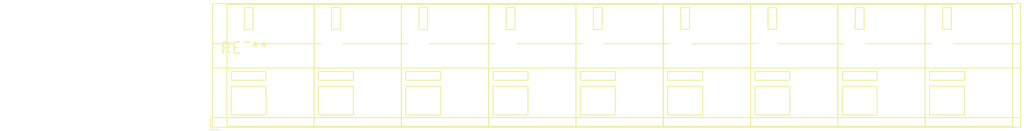
<source format=kicad_pcb>
(kicad_pcb (version 20240108) (generator pcbnew)
  (layers (0 "F.Cu" signal) (31 "B.Cu" signal) (34 "B.Paste" user) (35 "F.Paste" user) (36 "B.SilkS" user "B.Silkscreen") (37 "F.SilkS" user "F.Silkscreen") (38 "B.Mask" user) (39 "F.Mask" user) (44 "Edge.Cuts" user))
  (net 0 "")
  (footprint "TerminalBlock_WAGO_236-309_1x09_P10.00mm_45Degree" (layer "F.Cu") (at 0 0)
    (property "Reference" "REF**")
    (property "Value" "TerminalBlock_WAGO_236-309_1x09_P10.00mm_45Degree")
    (fp_line (start -3.86 8.12) (end -3.86 9.36) (layer "F.SilkS") (stroke (width 0.12)))
    (fp_line (start -3.86 9.36) (end -2.86 9.36) (layer "F.SilkS") (stroke (width 0.12)))
    (fp_line (start -3.62 -5.12) (end -3.62 9.12) (layer "F.SilkS") (stroke (width 0.12)))
    (fp_line (start -3.62 -5.12) (end 88.92 -5.12) (layer "F.SilkS") (stroke (width 0.12)))
    (fp_line (start -3.62 -0.5) (end -1.23 -0.5) (layer "F.SilkS") (stroke (width 0.12)))
    (fp_line (start -3.62 2.3) (end 88.92 2.3) (layer "F.SilkS") (stroke (width 0.12)))
    (fp_line (start -3.62 8) (end 88.92 8) (layer "F.SilkS") (stroke (width 0.12)))
    (fp_line (start -3.62 9.12) (end 88.92 9.12) (layer "F.SilkS") (stroke (width 0.12)))
    (fp_line (start -2 -5) (end -2 9) (layer "F.SilkS") (stroke (width 0.12)))
    (fp_line (start -2 -5) (end 8 -5) (layer "F.SilkS") (stroke (width 0.12)))
    (fp_line (start -2 9) (end 8 9) (layer "F.SilkS") (stroke (width 0.12)))
    (fp_line (start -1.5 2.7) (end -1.5 3.7) (layer "F.SilkS") (stroke (width 0.12)))
    (fp_line (start -1.5 2.7) (end 2.5 2.7) (layer "F.SilkS") (stroke (width 0.12)))
    (fp_line (start -1.5 3.7) (end 2.5 3.7) (layer "F.SilkS") (stroke (width 0.12)))
    (fp_line (start -1.5 4.4) (end -1.5 7.7) (layer "F.SilkS") (stroke (width 0.12)))
    (fp_line (start -1.5 4.4) (end 2.5 4.4) (layer "F.SilkS") (stroke (width 0.12)))
    (fp_line (start -1.5 7.7) (end 2.5 7.7) (layer "F.SilkS") (stroke (width 0.12)))
    (fp_line (start 0 -4.65) (end 0 -2.151) (layer "F.SilkS") (stroke (width 0.12)))
    (fp_line (start 0 -4.65) (end 1 -4.65) (layer "F.SilkS") (stroke (width 0.12)))
    (fp_line (start 0 -2.151) (end 1 -2.151) (layer "F.SilkS") (stroke (width 0.12)))
    (fp_line (start 1 -4.65) (end 1 -2.151) (layer "F.SilkS") (stroke (width 0.12)))
    (fp_line (start 1.23 -0.5) (end 8.77 -0.5) (layer "F.SilkS") (stroke (width 0.12)))
    (fp_line (start 2.5 2.7) (end 2.5 3.7) (layer "F.SilkS") (stroke (width 0.12)))
    (fp_line (start 2.5 4.4) (end 2.5 7.7) (layer "F.SilkS") (stroke (width 0.12)))
    (fp_line (start 8 -5) (end 8 9) (layer "F.SilkS") (stroke (width 0.12)))
    (fp_line (start 8 -5) (end 8 9) (layer "F.SilkS") (stroke (width 0.12)))
    (fp_line (start 8 -5) (end 18 -5) (layer "F.SilkS") (stroke (width 0.12)))
    (fp_line (start 8 9) (end 18 9) (layer "F.SilkS") (stroke (width 0.12)))
    (fp_line (start 8.5 2.7) (end 8.5 3.7) (layer "F.SilkS") (stroke (width 0.12)))
    (fp_line (start 8.5 2.7) (end 12.5 2.7) (layer "F.SilkS") (stroke (width 0.12)))
    (fp_line (start 8.5 3.7) (end 12.5 3.7) (layer "F.SilkS") (stroke (width 0.12)))
    (fp_line (start 8.5 4.4) (end 8.5 7.7) (layer "F.SilkS") (stroke (width 0.12)))
    (fp_line (start 8.5 4.4) (end 12.5 4.4) (layer "F.SilkS") (stroke (width 0.12)))
    (fp_line (start 8.5 7.7) (end 12.5 7.7) (layer "F.SilkS") (stroke (width 0.12)))
    (fp_line (start 10 -4.65) (end 10 -2.151) (layer "F.SilkS") (stroke (width 0.12)))
    (fp_line (start 10 -4.65) (end 11 -4.65) (layer "F.SilkS") (stroke (width 0.12)))
    (fp_line (start 10 -2.151) (end 11 -2.151) (layer "F.SilkS") (stroke (width 0.12)))
    (fp_line (start 11 -4.65) (end 11 -2.151) (layer "F.SilkS") (stroke (width 0.12)))
    (fp_line (start 11.23 -0.5) (end 18.77 -0.5) (layer "F.SilkS") (stroke (width 0.12)))
    (fp_line (start 12.5 2.7) (end 12.5 3.7) (layer "F.SilkS") (stroke (width 0.12)))
    (fp_line (start 12.5 4.4) (end 12.5 7.7) (layer "F.SilkS") (stroke (width 0.12)))
    (fp_line (start 18 -5) (end 18 9) (layer "F.SilkS") (stroke (width 0.12)))
    (fp_line (start 18 -5) (end 18 9) (layer "F.SilkS") (stroke (width 0.12)))
    (fp_line (start 18 -5) (end 28 -5) (layer "F.SilkS") (stroke (width 0.12)))
    (fp_line (start 18 9) (end 28 9) (layer "F.SilkS") (stroke (width 0.12)))
    (fp_line (start 18.5 2.7) (end 18.5 3.7) (layer "F.SilkS") (stroke (width 0.12)))
    (fp_line (start 18.5 2.7) (end 22.5 2.7) (layer "F.SilkS") (stroke (width 0.12)))
    (fp_line (start 18.5 3.7) (end 22.5 3.7) (layer "F.SilkS") (stroke (width 0.12)))
    (fp_line (start 18.5 4.4) (end 18.5 7.7) (layer "F.SilkS") (stroke (width 0.12)))
    (fp_line (start 18.5 4.4) (end 22.5 4.4) (layer "F.SilkS") (stroke (width 0.12)))
    (fp_line (start 18.5 7.7) (end 22.5 7.7) (layer "F.SilkS") (stroke (width 0.12)))
    (fp_line (start 20 -4.65) (end 20 -2.151) (layer "F.SilkS") (stroke (width 0.12)))
    (fp_line (start 20 -4.65) (end 21 -4.65) (layer "F.SilkS") (stroke (width 0.12)))
    (fp_line (start 20 -2.151) (end 21 -2.151) (layer "F.SilkS") (stroke (width 0.12)))
    (fp_line (start 21 -4.65) (end 21 -2.151) (layer "F.SilkS") (stroke (width 0.12)))
    (fp_line (start 21.23 -0.5) (end 28.77 -0.5) (layer "F.SilkS") (stroke (width 0.12)))
    (fp_line (start 22.5 2.7) (end 22.5 3.7) (layer "F.SilkS") (stroke (width 0.12)))
    (fp_line (start 22.5 4.4) (end 22.5 7.7) (layer "F.SilkS") (stroke (width 0.12)))
    (fp_line (start 28 -5) (end 28 9) (layer "F.SilkS") (stroke (width 0.12)))
    (fp_line (start 28 -5) (end 28 9) (layer "F.SilkS") (stroke (width 0.12)))
    (fp_line (start 28 -5) (end 38 -5) (layer "F.SilkS") (stroke (width 0.12)))
    (fp_line (start 28 9) (end 38 9) (layer "F.SilkS") (stroke (width 0.12)))
    (fp_line (start 28.5 2.7) (end 28.5 3.7) (layer "F.SilkS") (stroke (width 0.12)))
    (fp_line (start 28.5 2.7) (end 32.5 2.7) (layer "F.SilkS") (stroke (width 0.12)))
    (fp_line (start 28.5 3.7) (end 32.5 3.7) (layer "F.SilkS") (stroke (width 0.12)))
    (fp_line (start 28.5 4.4) (end 28.5 7.7) (layer "F.SilkS") (stroke (width 0.12)))
    (fp_line (start 28.5 4.4) (end 32.5 4.4) (layer "F.SilkS") (stroke (width 0.12)))
    (fp_line (start 28.5 7.7) (end 32.5 7.7) (layer "F.SilkS") (stroke (width 0.12)))
    (fp_line (start 30 -4.65) (end 30 -2.151) (layer "F.SilkS") (stroke (width 0.12)))
    (fp_line (start 30 -4.65) (end 31 -4.65) (layer "F.SilkS") (stroke (width 0.12)))
    (fp_line (start 30 -2.151) (end 31 -2.151) (layer "F.SilkS") (stroke (width 0.12)))
    (fp_line (start 31 -4.65) (end 31 -2.151) (layer "F.SilkS") (stroke (width 0.12)))
    (fp_line (start 31.23 -0.5) (end 38.77 -0.5) (layer "F.SilkS") (stroke (width 0.12)))
    (fp_line (start 32.5 2.7) (end 32.5 3.7) (layer "F.SilkS") (stroke (width 0.12)))
    (fp_line (start 32.5 4.4) (end 32.5 7.7) (layer "F.SilkS") (stroke (width 0.12)))
    (fp_line (start 38 -5) (end 38 9) (layer "F.SilkS") (stroke (width 0.12)))
    (fp_line (start 38 -5) (end 38 9) (layer "F.SilkS") (stroke (width 0.12)))
    (fp_line (start 38 -5) (end 48 -5) (layer "F.SilkS") (stroke (width 0.12)))
    (fp_line (start 38 9) (end 48 9) (layer "F.SilkS") (stroke (width 0.12)))
    (fp_line (start 38.5 2.7) (end 38.5 3.7) (layer "F.SilkS") (stroke (width 0.12)))
    (fp_line (start 38.5 2.7) (end 42.5 2.7) (layer "F.SilkS") (stroke (width 0.12)))
    (fp_line (start 38.5 3.7) (end 42.5 3.7) (layer "F.SilkS") (stroke (width 0.12)))
    (fp_line (start 38.5 4.4) (end 38.5 7.7) (layer "F.SilkS") (stroke (width 0.12)))
    (fp_line (start 38.5 4.4) (end 42.5 4.4) (layer "F.SilkS") (stroke (width 0.12)))
    (fp_line (start 38.5 7.7) (end 42.5 7.7) (layer "F.SilkS") (stroke (width 0.12)))
    (fp_line (start 40 -4.65) (end 40 -2.151) (layer "F.SilkS") (stroke (width 0.12)))
    (fp_line (start 40 -4.65) (end 41 -4.65) (layer "F.SilkS") (stroke (width 0.12)))
    (fp_line (start 40 -2.151) (end 41 -2.151) (layer "F.SilkS") (stroke (width 0.12)))
    (fp_line (start 41 -4.65) (end 41 -2.151) (layer "F.SilkS") (stroke (width 0.12)))
    (fp_line (start 41.23 -0.5) (end 48.77 -0.5) (layer "F.SilkS") (stroke (width 0.12)))
    (fp_line (start 42.5 2.7) (end 42.5 3.7) (layer "F.SilkS") (stroke (width 0.12)))
    (fp_line (start 42.5 4.4) (end 42.5 7.7) (layer "F.SilkS") (stroke (width 0.12)))
    (fp_line (start 48 -5) (end 48 9) (layer "F.SilkS") (stroke (width 0.12)))
    (fp_line (start 48 -5) (end 48 9) (layer "F.SilkS") (stroke (width 0.12)))
    (fp_line (start 48 -5) (end 58 -5) (layer "F.SilkS") (stroke (width 0.12)))
    (fp_line (start 48 9) (end 58 9) (layer "F.SilkS") (stroke (width 0.12)))
    (fp_line (start 48.5 2.7) (end 48.5 3.7) (layer "F.SilkS") (stroke (width 0.12)))
    (fp_line (start 48.5 2.7) (end 52.5 2.7) (layer "F.SilkS") (stroke (width 0.12)))
    (fp_line (start 48.5 3.7) (end 52.5 3.7) (layer "F.SilkS") (stroke (width 0.12)))
    (fp_line (start 48.5 4.4) (end 48.5 7.7) (layer "F.SilkS") (stroke (width 0.12)))
    (fp_line (start 48.5 4.4) (end 52.5 4.4) (layer "F.SilkS") (stroke (width 0.12)))
    (fp_line (start 48.5 7.7) (end 52.5 7.7) (layer "F.SilkS") (stroke (width 0.12)))
    (fp_line (start 50 -4.65) (end 50 -2.151) (layer "F.SilkS") (stroke (width 0.12)))
    (fp_line (start 50 -4.65) (end 51 -4.65) (layer "F.SilkS") (stroke (width 0.12)))
    (fp_line (start 50 -2.151) (end 51 -2.151) (layer "F.SilkS") (stroke (width 0.12)))
    (fp_line (start 51 -4.65) (end 51 -2.151) (layer "F.SilkS") (stroke (width 0.12)))
    (fp_line (start 51.23 -0.5) (end 58.77 -0.5) (layer "F.SilkS") (stroke (width 0.12)))
    (fp_line (start 52.5 2.7) (end 52.5 3.7) (layer "F.SilkS") (stroke (width 0.12)))
    (fp_line (start 52.5 4.4) (end 52.5 7.7) (layer "F.SilkS") (stroke (width 0.12)))
    (fp_line (start 58 -5) (end 58 9) (layer "F.SilkS") (stroke (width 0.12)))
    (fp_line (start 58 -5) (end 58 9) (layer "F.SilkS") (stroke (width 0.12)))
    (fp_line (start 58 -5) (end 68 -5) (layer "F.SilkS") (stroke (width 0.12)))
    (fp_line (start 58 9) (end 68 9) (layer "F.SilkS") (stroke (width 0.12)))
    (fp_line (start 58.5 2.7) (end 58.5 3.7) (layer "F.SilkS") (stroke (width 0.12)))
    (fp_line (start 58.5 2.7) (end 62.5 2.7) (layer "F.SilkS") (stroke (width 0.12)))
    (fp_line (start 58.5 3.7) (end 62.5 3.7) (layer "F.SilkS") (stroke (width 0.12)))
    (fp_line (start 58.5 4.4) (end 58.5 7.7) (layer "F.SilkS") (stroke (width 0.12)))
    (fp_line (start 58.5 4.4) (end 62.5 4.4) (layer "F.SilkS") (stroke (width 0.12)))
    (fp_line (start 58.5 7.7) (end 62.5 7.7) (layer "F.SilkS") (stroke (width 0.12)))
    (fp_line (start 60 -4.65) (end 60 -2.151) (layer "F.SilkS") (stroke (width 0.12)))
    (fp_line (start 60 -4.65) (end 61 -4.65) (layer "F.SilkS") (stroke (width 0.12)))
    (fp_line (start 60 -2.151) (end 61 -2.151) (layer "F.SilkS") (stroke (width 0.12)))
    (fp_line (start 61 -4.65) (end 61 -2.151) (layer "F.SilkS") (stroke (width 0.12)))
    (fp_line (start 61.23 -0.5) (end 68.77 -0.5) (layer "F.SilkS") (stroke (width 0.12)))
    (fp_line (start 62.5 2.7) (end 62.5 3.7) (layer "F.SilkS") (stroke (width 0.12)))
    (fp_line (start 62.5 4.4) (end 62.5 7.7) (layer "F.SilkS") (stroke (width 0.12)))
    (fp_line (start 68 -5) (end 68 9) (layer "F.SilkS") (stroke (width 0.12)))
    (fp_line (start 68 -5) (end 68 9) (layer "F.SilkS") (stroke (width 0.12)))
    (fp_line (start 68 -5) (end 78 -5) (layer "F.SilkS") (stroke (width 0.12)))
    (fp_line (start 68 9) (end 78 9) (layer "F.SilkS") (stroke (width 0.12)))
    (fp_line (start 68.5 2.7) (end 68.5 3.7) (layer "F.SilkS") (stroke (width 0.12)))
    (fp_line (start 68.5 2.7) (end 72.5 2.7) (layer "F.SilkS") (stroke (width 0.12)))
    (fp_line (start 68.5 3.7) (end 72.5 3.7) (layer "F.SilkS") (stroke (width 0.12)))
    (fp_line (start 68.5 4.4) (end 68.5 7.7) (layer "F.SilkS") (stroke (width 0.12)))
    (fp_line (start 68.5 4.4) (end 72.5 4.4) (layer "F.SilkS") (stroke (width 0.12)))
    (fp_line (start 68.5 7.7) (end 72.5 7.7) (layer "F.SilkS") (stroke (width 0.12)))
    (fp_line (start 70 -4.65) (end 70 -2.151) (layer "F.SilkS") (stroke (width 0.12)))
    (fp_line (start 70 -4.65) (end 71 -4.65) (layer "F.SilkS") (stroke (width 0.12)))
    (fp_line (start 70 -2.151) (end 71 -2.151) (layer "F.SilkS") (stroke (width 0.12)))
    (fp_line (start 71 -4.65) (end 71 -2.151) (layer "F.SilkS") (stroke (width 0.12)))
    (fp_line (start 71.23 -0.5) (end 78.77 -0.5) (layer "F.SilkS") (stroke (width 0.12)))
    (fp_line (start 72.5 2.7) (end 72.5 3.7) (layer "F.SilkS") (stroke (width 0.12)))
    (fp_line (start 72.5 4.4) (end 72.5 7.7) (layer "F.SilkS") (stroke (width 0.12)))
    (fp_line (start 78 -5) (end 78 9) (layer "F.SilkS") (stroke (width 0.12)))
    (fp_line (start 78 -5) (end 78 9) (layer "F.SilkS") (stroke (width 0.12)))
    (fp_line (start 78 -5) (end 88 -5) (layer "F.SilkS") (stroke (width 0.12)))
    (fp_line (start 78 9) (end 88 9) (layer "F.SilkS") (stroke (width 0.12)))
    (fp_line (start 78.5 2.7) (end 78.5 3.7) (layer "F.SilkS") (stroke (width 0.12)))
    (fp_line (start 78.5 2.7) (end 82.5 2.7) (layer "F.SilkS") (stroke (width 0.12)))
    (fp_line (start 78.5 3.7) (end 82.5 3.7) (layer "F.SilkS") (stroke (width 0.12)))
    (fp_line (start 78.5 4.4) (end 78.5 7.7) (layer "F.SilkS") (stroke (width 0.12)))
    (fp_line (start 78.5 4.4) (end 82.5 4.4) (layer "F.SilkS") (stroke (width 0.12)))
    (fp_line (start 78.5 7.7) (end 82.5 7.7) (layer "F.SilkS") (stroke (width 0.12)))
    (fp_line (start 80 -4.65) (end 80 -2.151) (layer "F.SilkS") (stroke (width 0.12)))
    (fp_line (start 80 -4.65) (end 81 -4.65) (layer "F.SilkS") (stroke (width 0.12)))
    (fp_line (start 80 -2.151) (end 81 -2.151) (layer "F.SilkS") (stroke (width 0.12)))
    (fp_line (start 81 -4.65) (end 81 -2.151) (layer "F.SilkS") (stroke (width 0.12)))
    (fp_line (start 81.23 -0.5) (end 88.92 -0.5) (layer "F.SilkS") (stroke (width 0.12)))
    (fp_line (start 82.5 2.7) (end 82.5 3.7) (layer "F.SilkS") (stroke (width 0.12)))
    (fp_line (start 82.5 4.4) (end 82.5 7.7) (layer "F.SilkS") (stroke (width 0.12)))
    (fp_line (start 88 -5) (end 88 9) (layer "F.SilkS") (stroke (width 0.12)))
    (fp_line (start 88.92 -5.12) (end 88.92 9.12) (layer "F.SilkS") (stroke (width 0.12)))
    (pad "1" thru_hole rect (at 0 0) (size 1.5 3) (drill 1.15) (layers *.Cu *.Mask) (remove_unused_layers))
    (pad "2" thru_hole oval (at 10 0) (size 1.5 3) (drill 1.15) (layers *.Cu *.Mask) (remove_unused_layers))
    (pad "3" thru_hole oval (at 20 0) (size 1.5 3) (drill 1.15) (layers *.Cu *.Mask) (remove_unused_layers))
    (pad "4" thru_hole oval (at 30 0) (size 1.5 3) (drill 1.15) (layers *.Cu *.Mask) (remove_unused_layers))
    (pad "5" thru_hole oval (at 40 0) (size 1.5 3) (drill 1.15) (layers *.Cu *.Mask) (remove_unused_layers))
    (pad "6" thru_hole oval (at 50 0) (size 1.5 3) (drill 1.15) (layers *.Cu *.Mask) (remove_unused_layers))
    (pad "7" thru_hole oval (at 60 0) (size 1.5 3) (drill 1.15) (layers *.Cu *.Mask) (remove_unused_layers))
    (pad "8" thru_hole oval (at 70 0) (size 1.5 3) (drill 1.15) (layers *.Cu *.Mask) (remove_unused_layers))
    (pad "9" thru_hole oval (at 80 0) (size 1.5 3) (drill 1.15) (layers *.Cu *.Mask) (remove_unused_layers))
  )
)
</source>
